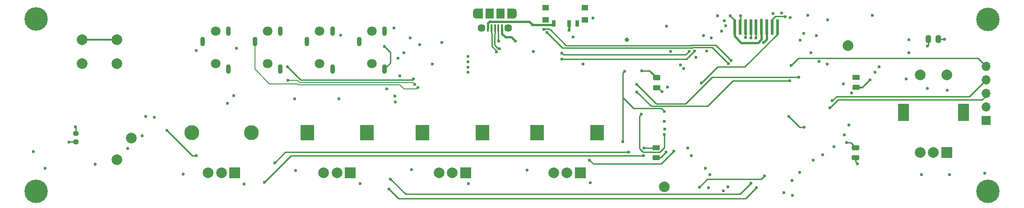
<source format=gbr>
%TF.GenerationSoftware,KiCad,Pcbnew,(5.1.8-0-10_14)*%
%TF.CreationDate,2021-02-06T10:55:23+01:00*%
%TF.ProjectId,PoundingSystem,506f756e-6469-46e6-9753-797374656d2e,rev?*%
%TF.SameCoordinates,Original*%
%TF.FileFunction,Copper,L4,Bot*%
%TF.FilePolarity,Positive*%
%FSLAX46Y46*%
G04 Gerber Fmt 4.6, Leading zero omitted, Abs format (unit mm)*
G04 Created by KiCad (PCBNEW (5.1.8-0-10_14)) date 2021-02-06 10:55:23*
%MOMM*%
%LPD*%
G01*
G04 APERTURE LIST*
%TA.AperFunction,ComponentPad*%
%ADD10R,2.000000X2.000000*%
%TD*%
%TA.AperFunction,ComponentPad*%
%ADD11C,2.000000*%
%TD*%
%TA.AperFunction,ComponentPad*%
%ADD12R,2.500000X3.000000*%
%TD*%
%TA.AperFunction,ComponentPad*%
%ADD13C,4.400000*%
%TD*%
%TA.AperFunction,ComponentPad*%
%ADD14C,0.700000*%
%TD*%
%TA.AperFunction,ComponentPad*%
%ADD15R,2.000000X3.200000*%
%TD*%
%TA.AperFunction,ComponentPad*%
%ADD16C,1.800000*%
%TD*%
%TA.AperFunction,ComponentPad*%
%ADD17O,0.900000X1.800000*%
%TD*%
%TA.AperFunction,SMDPad,CuDef*%
%ADD18R,1.200000X1.000000*%
%TD*%
%TA.AperFunction,SMDPad,CuDef*%
%ADD19R,0.800000X1.200000*%
%TD*%
%TA.AperFunction,SMDPad,CuDef*%
%ADD20R,0.600000X3.000000*%
%TD*%
%TA.AperFunction,ComponentPad*%
%ADD21C,2.800000*%
%TD*%
%TA.AperFunction,ComponentPad*%
%ADD22R,1.700000X1.700000*%
%TD*%
%TA.AperFunction,ComponentPad*%
%ADD23O,1.700000X1.700000*%
%TD*%
%TA.AperFunction,SMDPad,CuDef*%
%ADD24R,1.200000X1.900000*%
%TD*%
%TA.AperFunction,ComponentPad*%
%ADD25O,1.200000X1.900000*%
%TD*%
%TA.AperFunction,SMDPad,CuDef*%
%ADD26R,1.500000X1.900000*%
%TD*%
%TA.AperFunction,ComponentPad*%
%ADD27C,1.450000*%
%TD*%
%TA.AperFunction,SMDPad,CuDef*%
%ADD28R,0.400000X1.350000*%
%TD*%
%TA.AperFunction,ViaPad*%
%ADD29C,0.600000*%
%TD*%
%TA.AperFunction,ViaPad*%
%ADD30C,0.800000*%
%TD*%
%TA.AperFunction,Conductor*%
%ADD31C,0.400000*%
%TD*%
%TA.AperFunction,Conductor*%
%ADD32C,0.250000*%
%TD*%
%TA.AperFunction,Conductor*%
%ADD33C,0.300000*%
%TD*%
%TA.AperFunction,Conductor*%
%ADD34C,0.200000*%
%TD*%
%TA.AperFunction,Conductor*%
%ADD35C,0.261112*%
%TD*%
G04 APERTURE END LIST*
%TO.P,D8,2*%
%TO.N,Net-(D8-Pad2)*%
%TA.AperFunction,SMDPad,CuDef*%
G36*
G01*
X204250000Y-79918750D02*
X204250000Y-80831250D01*
G75*
G02*
X204006250Y-81075000I-243750J0D01*
G01*
X203518750Y-81075000D01*
G75*
G02*
X203275000Y-80831250I0J243750D01*
G01*
X203275000Y-79918750D01*
G75*
G02*
X203518750Y-79675000I243750J0D01*
G01*
X204006250Y-79675000D01*
G75*
G02*
X204250000Y-79918750I0J-243750D01*
G01*
G37*
%TD.AperFunction*%
%TO.P,D8,1*%
%TO.N,GND*%
%TA.AperFunction,SMDPad,CuDef*%
G36*
G01*
X206125000Y-79918750D02*
X206125000Y-80831250D01*
G75*
G02*
X205881250Y-81075000I-243750J0D01*
G01*
X205393750Y-81075000D01*
G75*
G02*
X205150000Y-80831250I0J243750D01*
G01*
X205150000Y-79918750D01*
G75*
G02*
X205393750Y-79675000I243750J0D01*
G01*
X205881250Y-79675000D01*
G75*
G02*
X206125000Y-79918750I0J-243750D01*
G01*
G37*
%TD.AperFunction*%
%TD*%
D10*
%TO.P,SW4,A*%
%TO.N,Net-(C43-Pad2)*%
X95317920Y-105435000D03*
D11*
%TO.P,SW4,C*%
%TO.N,GND*%
X92817920Y-105435000D03*
%TO.P,SW4,B*%
%TO.N,Net-(C41-Pad2)*%
X90317920Y-105435000D03*
D12*
%TO.P,SW4,MP*%
%TO.N,N/C*%
X98417920Y-97935000D03*
X87217920Y-97935000D03*
%TD*%
D10*
%TO.P,SW3,A*%
%TO.N,Net-(C44-Pad2)*%
X116970280Y-105435000D03*
D11*
%TO.P,SW3,C*%
%TO.N,GND*%
X114470280Y-105435000D03*
%TO.P,SW3,B*%
%TO.N,Net-(C42-Pad2)*%
X111970280Y-105435000D03*
D12*
%TO.P,SW3,MP*%
%TO.N,N/C*%
X120070280Y-97935000D03*
X108870280Y-97935000D03*
%TD*%
D13*
%TO.P,H2,1*%
%TO.N,Net-(H2-Pad1)*%
X36375000Y-76625000D03*
D14*
X38025000Y-76625000D03*
X37541726Y-77791726D03*
X36375000Y-78275000D03*
X35208274Y-77791726D03*
X34725000Y-76625000D03*
X35208274Y-75458274D03*
X36375000Y-74975000D03*
X37541726Y-75458274D03*
%TD*%
D10*
%TO.P,SW1,A*%
%TO.N,Net-(C51-Pad2)*%
X207225000Y-101625000D03*
D11*
%TO.P,SW1,C*%
%TO.N,GND*%
X204725000Y-101625000D03*
%TO.P,SW1,B*%
%TO.N,Net-(C52-Pad2)*%
X202225000Y-101625000D03*
D15*
%TO.P,SW1,MP*%
%TO.N,N/C*%
X210325000Y-94125000D03*
X199125000Y-94125000D03*
D11*
%TO.P,SW1,S2*%
%TO.N,Net-(C49-Pad2)*%
X207225000Y-87125000D03*
%TO.P,SW1,S1*%
%TO.N,GND*%
X202225000Y-87125000D03*
%TD*%
%TO.P,SW7,1*%
%TO.N,GND*%
X51500000Y-85000000D03*
%TO.P,SW7,2*%
%TO.N,Net-(C46-Pad2)*%
X51500000Y-80500000D03*
%TO.P,SW7,1*%
%TO.N,GND*%
X45000000Y-85000000D03*
%TO.P,SW7,2*%
%TO.N,Net-(C46-Pad2)*%
X45000000Y-80500000D03*
%TD*%
D16*
%TO.P,J5,*%
%TO.N,*%
X99357500Y-84970000D03*
X99357500Y-78870000D03*
D17*
%TO.P,J5,T*%
%TO.N,Net-(FB3-Pad1)*%
X101757500Y-85970000D03*
%TO.P,J5,S*%
%TO.N,GND*%
X101757500Y-78914000D03*
%TO.P,J5,R*%
%TO.N,Net-(FB4-Pad1)*%
X96960500Y-80847000D03*
%TD*%
D18*
%TO.P,SW9,0*%
%TO.N,N/C*%
X131960000Y-76780000D03*
X131960000Y-74480000D03*
X139360000Y-76780000D03*
X139360000Y-74480000D03*
D19*
%TO.P,SW9,1*%
%TO.N,Net-(SW9-Pad1)*%
X137860000Y-77480000D03*
%TO.P,SW9,2*%
%TO.N,Net-(D2-Pad2)*%
X136360000Y-77480000D03*
%TO.P,SW9,3*%
%TO.N,+5V*%
X133460000Y-77480000D03*
%TD*%
%TO.P,D7,2*%
%TO.N,Net-(D7-Pad2)*%
%TA.AperFunction,SMDPad,CuDef*%
G36*
G01*
X153156250Y-101250000D02*
X152243750Y-101250000D01*
G75*
G02*
X152000000Y-101006250I0J243750D01*
G01*
X152000000Y-100518750D01*
G75*
G02*
X152243750Y-100275000I243750J0D01*
G01*
X153156250Y-100275000D01*
G75*
G02*
X153400000Y-100518750I0J-243750D01*
G01*
X153400000Y-101006250D01*
G75*
G02*
X153156250Y-101250000I-243750J0D01*
G01*
G37*
%TD.AperFunction*%
%TO.P,D7,1*%
%TO.N,GND*%
%TA.AperFunction,SMDPad,CuDef*%
G36*
G01*
X153156250Y-103125000D02*
X152243750Y-103125000D01*
G75*
G02*
X152000000Y-102881250I0J243750D01*
G01*
X152000000Y-102393750D01*
G75*
G02*
X152243750Y-102150000I243750J0D01*
G01*
X153156250Y-102150000D01*
G75*
G02*
X153400000Y-102393750I0J-243750D01*
G01*
X153400000Y-102881250D01*
G75*
G02*
X153156250Y-103125000I-243750J0D01*
G01*
G37*
%TD.AperFunction*%
%TD*%
%TO.P,D6,2*%
%TO.N,Net-(D6-Pad2)*%
%TA.AperFunction,SMDPad,CuDef*%
G36*
G01*
X189643750Y-102150000D02*
X190556250Y-102150000D01*
G75*
G02*
X190800000Y-102393750I0J-243750D01*
G01*
X190800000Y-102881250D01*
G75*
G02*
X190556250Y-103125000I-243750J0D01*
G01*
X189643750Y-103125000D01*
G75*
G02*
X189400000Y-102881250I0J243750D01*
G01*
X189400000Y-102393750D01*
G75*
G02*
X189643750Y-102150000I243750J0D01*
G01*
G37*
%TD.AperFunction*%
%TO.P,D6,1*%
%TO.N,GND*%
%TA.AperFunction,SMDPad,CuDef*%
G36*
G01*
X189643750Y-100275000D02*
X190556250Y-100275000D01*
G75*
G02*
X190800000Y-100518750I0J-243750D01*
G01*
X190800000Y-101006250D01*
G75*
G02*
X190556250Y-101250000I-243750J0D01*
G01*
X189643750Y-101250000D01*
G75*
G02*
X189400000Y-101006250I0J243750D01*
G01*
X189400000Y-100518750D01*
G75*
G02*
X189643750Y-100275000I243750J0D01*
G01*
G37*
%TD.AperFunction*%
%TD*%
%TO.P,D5,2*%
%TO.N,Net-(D5-Pad2)*%
%TA.AperFunction,SMDPad,CuDef*%
G36*
G01*
X189743750Y-88950000D02*
X190656250Y-88950000D01*
G75*
G02*
X190900000Y-89193750I0J-243750D01*
G01*
X190900000Y-89681250D01*
G75*
G02*
X190656250Y-89925000I-243750J0D01*
G01*
X189743750Y-89925000D01*
G75*
G02*
X189500000Y-89681250I0J243750D01*
G01*
X189500000Y-89193750D01*
G75*
G02*
X189743750Y-88950000I243750J0D01*
G01*
G37*
%TD.AperFunction*%
%TO.P,D5,1*%
%TO.N,GND*%
%TA.AperFunction,SMDPad,CuDef*%
G36*
G01*
X189743750Y-87075000D02*
X190656250Y-87075000D01*
G75*
G02*
X190900000Y-87318750I0J-243750D01*
G01*
X190900000Y-87806250D01*
G75*
G02*
X190656250Y-88050000I-243750J0D01*
G01*
X189743750Y-88050000D01*
G75*
G02*
X189500000Y-87806250I0J243750D01*
G01*
X189500000Y-87318750D01*
G75*
G02*
X189743750Y-87075000I243750J0D01*
G01*
G37*
%TD.AperFunction*%
%TD*%
%TO.P,D4,1*%
%TO.N,GND*%
%TA.AperFunction,SMDPad,CuDef*%
G36*
G01*
X153256250Y-89987500D02*
X152343750Y-89987500D01*
G75*
G02*
X152100000Y-89743750I0J243750D01*
G01*
X152100000Y-89256250D01*
G75*
G02*
X152343750Y-89012500I243750J0D01*
G01*
X153256250Y-89012500D01*
G75*
G02*
X153500000Y-89256250I0J-243750D01*
G01*
X153500000Y-89743750D01*
G75*
G02*
X153256250Y-89987500I-243750J0D01*
G01*
G37*
%TD.AperFunction*%
%TO.P,D4,2*%
%TO.N,Net-(D4-Pad2)*%
%TA.AperFunction,SMDPad,CuDef*%
G36*
G01*
X153256250Y-88112500D02*
X152343750Y-88112500D01*
G75*
G02*
X152100000Y-87868750I0J243750D01*
G01*
X152100000Y-87381250D01*
G75*
G02*
X152343750Y-87137500I243750J0D01*
G01*
X153256250Y-87137500D01*
G75*
G02*
X153500000Y-87381250I0J-243750D01*
G01*
X153500000Y-87868750D01*
G75*
G02*
X153256250Y-88112500I-243750J0D01*
G01*
G37*
%TD.AperFunction*%
%TD*%
D11*
%TO.P,SW5,2*%
%TO.N,Net-(C47-Pad2)*%
X51512000Y-103052000D03*
%TO.P,SW5,1*%
%TO.N,GND*%
X54262000Y-98922000D03*
%TD*%
%TO.P,U5,*%
%TO.N,*%
X188700000Y-81600000D03*
D20*
%TO.P,U5,3*%
%TO.N,GND*%
X173450000Y-78100000D03*
%TO.P,U5,4*%
%TO.N,+3V3*%
X172450000Y-78100000D03*
%TO.P,U5,5*%
%TO.N,LCD_CS*%
X171450000Y-78100000D03*
%TO.P,U5,2*%
%TO.N,Net-(C23-Pad1)*%
X174450000Y-78100000D03*
%TO.P,U5,1*%
%TO.N,NRST*%
X175450000Y-78100000D03*
%TO.P,U5,6*%
%TO.N,LCD_DC*%
X170450000Y-78100000D03*
%TO.P,U5,7*%
%TO.N,SPI3_MOSI*%
X169450000Y-78100000D03*
%TO.P,U5,8*%
%TO.N,SPI3_SCK*%
X168450000Y-78100000D03*
%TO.P,U5,9*%
%TO.N,+3V3*%
X167450000Y-78100000D03*
D11*
%TO.P,U5,*%
%TO.N,*%
X154200000Y-108100000D03*
%TD*%
D10*
%TO.P,SW8,A*%
%TO.N,Net-(C35-Pad2)*%
X73665560Y-105435000D03*
D11*
%TO.P,SW8,C*%
%TO.N,GND*%
X71165560Y-105435000D03*
%TO.P,SW8,B*%
%TO.N,Net-(C34-Pad2)*%
X68665560Y-105435000D03*
D21*
%TO.P,SW8,MP*%
%TO.N,N/C*%
X76765560Y-97935000D03*
X65565560Y-97935000D03*
%TD*%
D14*
%TO.P,H4,1*%
%TO.N,Net-(H4-Pad1)*%
X37541726Y-107783274D03*
X36375000Y-107300000D03*
X35208274Y-107783274D03*
X34725000Y-108950000D03*
X35208274Y-110116726D03*
X36375000Y-110600000D03*
X37541726Y-110116726D03*
X38025000Y-108950000D03*
D13*
X36375000Y-108950000D03*
%TD*%
D14*
%TO.P,H3,1*%
%TO.N,Net-(H3-Pad1)*%
X216141726Y-75483274D03*
X214975000Y-75000000D03*
X213808274Y-75483274D03*
X213325000Y-76650000D03*
X213808274Y-77816726D03*
X214975000Y-78300000D03*
X216141726Y-77816726D03*
X216625000Y-76650000D03*
D13*
X214975000Y-76650000D03*
%TD*%
D14*
%TO.P,H2,1*%
%TO.N,Net-(H2-Pad1)*%
X37541726Y-75458274D03*
X36375000Y-74975000D03*
X35208274Y-75458274D03*
X34725000Y-76625000D03*
X35208274Y-77791726D03*
X36375000Y-78275000D03*
X37541726Y-77791726D03*
X38025000Y-76625000D03*
D13*
X36375000Y-76625000D03*
%TD*%
D14*
%TO.P,H1,1*%
%TO.N,Net-(H1-Pad1)*%
X216141726Y-107783274D03*
X214975000Y-107300000D03*
X213808274Y-107783274D03*
X213325000Y-108950000D03*
X213808274Y-110116726D03*
X214975000Y-110600000D03*
X216141726Y-110116726D03*
X216625000Y-108950000D03*
D13*
X214975000Y-108950000D03*
%TD*%
D16*
%TO.P,J2,*%
%TO.N,*%
X89581667Y-84970000D03*
X89581667Y-78870000D03*
D17*
%TO.P,J2,T*%
%TO.N,Net-(FB5-Pad1)*%
X91981667Y-85970000D03*
%TO.P,J2,S*%
%TO.N,GND*%
X91981667Y-78914000D03*
%TO.P,J2,R*%
%TO.N,Net-(FB6-Pad1)*%
X87184667Y-80847000D03*
%TD*%
%TO.P,D3,2*%
%TO.N,Net-(D3-Pad2)*%
%TA.AperFunction,SMDPad,CuDef*%
G36*
G01*
X43575750Y-99237000D02*
X44088250Y-99237000D01*
G75*
G02*
X44307000Y-99455750I0J-218750D01*
G01*
X44307000Y-99893250D01*
G75*
G02*
X44088250Y-100112000I-218750J0D01*
G01*
X43575750Y-100112000D01*
G75*
G02*
X43357000Y-99893250I0J218750D01*
G01*
X43357000Y-99455750D01*
G75*
G02*
X43575750Y-99237000I218750J0D01*
G01*
G37*
%TD.AperFunction*%
%TO.P,D3,1*%
%TO.N,GND*%
%TA.AperFunction,SMDPad,CuDef*%
G36*
G01*
X43575750Y-97662000D02*
X44088250Y-97662000D01*
G75*
G02*
X44307000Y-97880750I0J-218750D01*
G01*
X44307000Y-98318250D01*
G75*
G02*
X44088250Y-98537000I-218750J0D01*
G01*
X43575750Y-98537000D01*
G75*
G02*
X43357000Y-98318250I0J218750D01*
G01*
X43357000Y-97880750D01*
G75*
G02*
X43575750Y-97662000I218750J0D01*
G01*
G37*
%TD.AperFunction*%
%TD*%
D22*
%TO.P,J6,1*%
%TO.N,VCC*%
X214600000Y-95630000D03*
D23*
%TO.P,J6,2*%
%TO.N,GND*%
X214600000Y-93090000D03*
%TO.P,J6,3*%
%TO.N,SWDIO*%
X214600000Y-90550000D03*
%TO.P,J6,4*%
%TO.N,SWCLK*%
X214600000Y-88010000D03*
%TO.P,J6,5*%
%TO.N,SWO*%
X214600000Y-85470000D03*
%TD*%
D16*
%TO.P,J4,*%
%TO.N,*%
X70030000Y-84970000D03*
X70030000Y-78870000D03*
D17*
%TO.P,J4,T*%
%TO.N,Net-(J4-PadT)*%
X72430000Y-85970000D03*
%TO.P,J4,S*%
%TO.N,GND*%
X72430000Y-78914000D03*
%TO.P,J4,R*%
%TO.N,Net-(J4-PadR)*%
X67633000Y-80847000D03*
%TD*%
D10*
%TO.P,SW2,A*%
%TO.N,Net-(C38-Pad2)*%
X138472640Y-105435000D03*
D11*
%TO.P,SW2,C*%
%TO.N,GND*%
X135972640Y-105435000D03*
%TO.P,SW2,B*%
%TO.N,Net-(C37-Pad2)*%
X133472640Y-105435000D03*
D12*
%TO.P,SW2,MP*%
%TO.N,N/C*%
X141572640Y-97935000D03*
X130372640Y-97935000D03*
%TD*%
D16*
%TO.P,J3,*%
%TO.N,*%
X79805834Y-84970000D03*
X79805834Y-78870000D03*
D17*
%TO.P,J3,T*%
%TO.N,Net-(C20-Pad1)*%
X82205834Y-85970000D03*
%TO.P,J3,S*%
%TO.N,GND*%
X82205834Y-78914000D03*
%TO.P,J3,R*%
%TO.N,MIC_-*%
X77408834Y-80847000D03*
%TD*%
D24*
%TO.P,J1,6*%
%TO.N,Net-(J1-Pad6)*%
X119560000Y-75602500D03*
X125360000Y-75602500D03*
D25*
X125960000Y-75602500D03*
X118960000Y-75602500D03*
D26*
X121460000Y-75602500D03*
D27*
X124960000Y-78302500D03*
D28*
%TO.P,J1,3*%
%TO.N,USB_CONN_D+*%
X122460000Y-78302500D03*
%TO.P,J1,4*%
%TO.N,Net-(J1-Pad4)*%
X123110000Y-78302500D03*
%TO.P,J1,5*%
%TO.N,GND*%
X123760000Y-78302500D03*
%TO.P,J1,1*%
%TO.N,+5V*%
X121160000Y-78302500D03*
%TO.P,J1,2*%
%TO.N,USB_CONN_D-*%
X121810000Y-78302500D03*
D27*
%TO.P,J1,6*%
%TO.N,Net-(J1-Pad6)*%
X119960000Y-78302500D03*
D26*
X123460000Y-75602500D03*
%TD*%
D29*
%TO.N,GND*%
X126310000Y-80790000D03*
X93550000Y-79640000D03*
X103480000Y-78330000D03*
X72230000Y-92400000D03*
X73450000Y-91030000D03*
X66450000Y-82530000D03*
X73930000Y-82150000D03*
X104620000Y-87280000D03*
X103780000Y-92190000D03*
X103670000Y-91080000D03*
X202525000Y-105850000D03*
X207725000Y-105850000D03*
X199644000Y-87884000D03*
X53600000Y-100880000D03*
X56910000Y-94920000D03*
X56230000Y-98540000D03*
X140350000Y-107325000D03*
X128500000Y-104950000D03*
X106800000Y-104890000D03*
X117500000Y-107535000D03*
X97150000Y-107530000D03*
X75400000Y-107600000D03*
X64010000Y-105720000D03*
X190100000Y-87500000D03*
X104240000Y-83930000D03*
X110744000Y-85090000D03*
X43750000Y-96810000D03*
X138970000Y-85110000D03*
X84910000Y-91610000D03*
X140859000Y-76450000D03*
X112522000Y-81026000D03*
X106550000Y-80190000D03*
X93190000Y-91610000D03*
X38100000Y-104648000D03*
X117410000Y-83650000D03*
X117430000Y-86610000D03*
X108350000Y-81460000D03*
X85040000Y-105070000D03*
X188468000Y-99822000D03*
X129700000Y-82700000D03*
X161600000Y-79700000D03*
X181160000Y-75950000D03*
X154600000Y-101600000D03*
X161950000Y-104600000D03*
X162500000Y-108300000D03*
X164200000Y-76000000D03*
X174650000Y-75600000D03*
X164950000Y-78900000D03*
X165750000Y-77900000D03*
X162150000Y-82599998D03*
X153800000Y-90250000D03*
X154850000Y-89400000D03*
X158600000Y-100800000D03*
X154223633Y-95792358D03*
X165300000Y-108845000D03*
X178200000Y-106950000D03*
X182150000Y-103100000D03*
X188000000Y-98350000D03*
X189400000Y-90500000D03*
X178250000Y-109700000D03*
X154650000Y-78000000D03*
X172894982Y-80994982D03*
X186050000Y-100599996D03*
X203575000Y-89675000D03*
X184833051Y-85100010D03*
X181729454Y-82924990D03*
X206775000Y-80375000D03*
X200152000Y-80518000D03*
X182734102Y-79732000D03*
X193294000Y-75946000D03*
X194564000Y-85598000D03*
X157310000Y-85250000D03*
X177860000Y-76310000D03*
%TO.N,+3V3*%
X102130000Y-89770000D03*
X58550000Y-95020000D03*
X137090000Y-79960000D03*
X105380000Y-82990000D03*
X214300000Y-105600000D03*
X117420000Y-84630000D03*
X117440000Y-85650000D03*
D30*
X147214000Y-80520000D03*
D29*
X155400000Y-82700000D03*
X162800000Y-105850000D03*
X163050000Y-80150000D03*
X166599992Y-76000000D03*
X157910000Y-85880000D03*
X159350000Y-102250000D03*
X154309336Y-97240658D03*
X166200000Y-108100000D03*
X179600000Y-105350000D03*
X183950000Y-102050000D03*
X188850000Y-96500000D03*
X176650000Y-109200000D03*
X176200000Y-75475001D03*
X179700000Y-80600000D03*
X187800000Y-88800000D03*
X47500000Y-103850000D03*
X35875000Y-101500000D03*
X160175000Y-83800000D03*
X207350000Y-89950000D03*
X180429949Y-79279949D03*
X193802000Y-86614000D03*
X184890000Y-76760000D03*
X165487293Y-76925827D03*
X183250000Y-84595010D03*
X200152000Y-82984990D03*
%TO.N,I2C2_SCL*%
X135000000Y-84100000D03*
X159900000Y-82600000D03*
%TO.N,I2C2_SDA*%
X135000000Y-83000000D03*
X158868416Y-82679186D03*
%TO.N,NRST*%
X161200000Y-88600000D03*
%TO.N,HOLD_SW*%
X60910000Y-97550000D03*
X66400000Y-102300000D03*
X140200000Y-103100000D03*
X156000000Y-101400000D03*
%TO.N,SWDIO*%
X185300000Y-93300000D03*
%TO.N,SWCLK*%
X185762815Y-91953287D03*
%TO.N,SPI3_SCK*%
X168500000Y-76000000D03*
%TO.N,SPI3_MOSI*%
X169500000Y-80100004D03*
%TO.N,SWO*%
X178050000Y-85300000D03*
%TO.N,I2S2_WS*%
X149900000Y-94500000D03*
X154200000Y-98300000D03*
%TO.N,+5V*%
X129534001Y-77734001D03*
%TO.N,Net-(FB3-Pad1)*%
X101770000Y-81810000D03*
%TO.N,I2S2_SDI*%
X149100000Y-90300000D03*
X177800000Y-88200000D03*
%TO.N,I2S2_SDO*%
X149100000Y-88900000D03*
X179463621Y-87528587D03*
%TO.N,Net-(J1-Pad4)*%
X123190000Y-80772000D03*
%TO.N,USB_CONN_D+*%
X123283975Y-82216025D03*
%TO.N,USB_CONN_D-*%
X122716025Y-82783975D03*
%TO.N,USB_D+*%
X132183975Y-79119576D03*
X166216025Y-84983975D03*
%TO.N,USB_D-*%
X131616025Y-78551626D03*
X166783975Y-84416025D03*
X177600000Y-94900000D03*
X180450000Y-96900000D03*
%TO.N,Net-(D3-Pad2)*%
X42570000Y-99700000D03*
%TO.N,MICBIAS*%
X107188000Y-87884000D03*
X83566000Y-85598000D03*
%TO.N,TIM4_CH2*%
X173000000Y-106100000D03*
X160800000Y-108200000D03*
%TO.N,TIM3_CH1*%
X150300000Y-102300000D03*
X79250000Y-107225000D03*
%TO.N,TIM3_CH2*%
X147574000Y-101600000D03*
X81125000Y-103575000D03*
%TO.N,LCD_DC*%
X170450000Y-80150000D03*
%TO.N,LCD_CS*%
X171400000Y-80150000D03*
%TO.N,Net-(C23-Pad1)*%
X176950000Y-76200000D03*
%TO.N,Net-(D4-Pad2)*%
X150010000Y-86300000D03*
%TO.N,Net-(D5-Pad2)*%
X192800000Y-88000000D03*
%TO.N,Net-(D6-Pad2)*%
X190500000Y-103800000D03*
%TO.N,Net-(D7-Pad2)*%
X150400000Y-100800000D03*
%TO.N,Net-(D2-Pad2)*%
X136400000Y-78700000D03*
%TO.N,MIC_+*%
X107395479Y-88853479D03*
X83610000Y-88100000D03*
%TO.N,MIC_-*%
X107996521Y-89454521D03*
%TO.N,TIM5_CH2*%
X102850000Y-106640000D03*
X170500000Y-107400000D03*
%TO.N,TIM5_CH1*%
X171500000Y-108300000D03*
X102600000Y-108525000D03*
%TO.N,LCD_BL2*%
X146800000Y-86400000D03*
X146400000Y-99600000D03*
X154270626Y-93925000D03*
%TO.N,Net-(D8-Pad2)*%
X203600000Y-81725000D03*
%TD*%
D31*
%TO.N,GND*%
X123760000Y-78302500D02*
X123760000Y-79377500D01*
X123760000Y-79377500D02*
X124402500Y-80020000D01*
D32*
X43832000Y-96892000D02*
X43750000Y-96810000D01*
X43832000Y-98099500D02*
X43832000Y-96892000D01*
X190100000Y-100762500D02*
X189159500Y-99822000D01*
X189159500Y-99822000D02*
X188468000Y-99822000D01*
D31*
X125540000Y-80020000D02*
X126310000Y-80790000D01*
X124402500Y-80020000D02*
X125540000Y-80020000D01*
D32*
X153562500Y-102637500D02*
X154600000Y-101600000D01*
X152700000Y-102637500D02*
X153562500Y-102637500D01*
X152987500Y-89437500D02*
X153800000Y-90250000D01*
X152700000Y-89437500D02*
X152987500Y-89437500D01*
D31*
X173450000Y-78100000D02*
X173450000Y-80439964D01*
X173450000Y-80439964D02*
X172894982Y-80994982D01*
D32*
X205637500Y-80375000D02*
X206775000Y-80375000D01*
D33*
%TO.N,+3V3*%
X167430000Y-77660000D02*
X167430000Y-79460000D01*
X172450000Y-78100000D02*
X172450000Y-76669998D01*
D32*
X166600000Y-76000000D02*
X166599992Y-76000000D01*
X167450000Y-76850008D02*
X166599992Y-76000000D01*
X167450000Y-78100000D02*
X167450000Y-76850008D01*
D31*
X172450000Y-80450000D02*
X172450000Y-78100000D01*
X171850000Y-81050000D02*
X172450000Y-80450000D01*
X168650000Y-81050000D02*
X171850000Y-81050000D01*
X167450000Y-78100000D02*
X167450000Y-79850000D01*
X167450000Y-79850000D02*
X168650000Y-81050000D01*
D32*
%TO.N,I2C2_SCL*%
X158400000Y-84100000D02*
X159900000Y-82600000D01*
X135000000Y-84100000D02*
X158400000Y-84100000D01*
%TO.N,I2C2_SDA*%
X135000000Y-83000000D02*
X135325001Y-83325001D01*
X135325001Y-83325001D02*
X158222601Y-83325001D01*
X158222601Y-83325001D02*
X158868416Y-82679186D01*
%TO.N,NRST*%
X175450000Y-79485002D02*
X175450000Y-78100000D01*
X169326026Y-85608976D02*
X175450000Y-79485002D01*
X164191024Y-85608976D02*
X169326026Y-85608976D01*
X161200000Y-88600000D02*
X164191024Y-85608976D01*
%TO.N,HOLD_SW*%
X65660000Y-102300000D02*
X66400000Y-102300000D01*
X60910000Y-97550000D02*
X65660000Y-102300000D01*
X153600000Y-103800000D02*
X156000000Y-101400000D01*
X140900000Y-103800000D02*
X153600000Y-103800000D01*
X140200000Y-103100000D02*
X140900000Y-103800000D01*
%TO.N,SWDIO*%
X214600000Y-91050000D02*
X214600000Y-90550000D01*
X213850000Y-91800000D02*
X214600000Y-91050000D01*
X186800000Y-91800000D02*
X213850000Y-91800000D01*
X185300000Y-93300000D02*
X186800000Y-91800000D01*
%TO.N,SWCLK*%
X186541102Y-91175000D02*
X185762815Y-91953287D01*
X211435000Y-91175000D02*
X186541102Y-91175000D01*
X214600000Y-88010000D02*
X211435000Y-91175000D01*
%TO.N,SPI3_SCK*%
X168500000Y-78050000D02*
X168450000Y-78100000D01*
X168500000Y-76000000D02*
X168500000Y-78050000D01*
%TO.N,SPI3_MOSI*%
X169450000Y-79476998D02*
X169450000Y-78100000D01*
X169450000Y-80050004D02*
X169500000Y-80100004D01*
X169450000Y-78100000D02*
X169450000Y-80050004D01*
%TO.N,SWO*%
X213100000Y-83970000D02*
X214600000Y-85470000D01*
X179380000Y-83970000D02*
X213100000Y-83970000D01*
X178050000Y-85300000D02*
X179380000Y-83970000D01*
%TO.N,I2S2_WS*%
X150250008Y-101575010D02*
X149600001Y-100925003D01*
X149600001Y-94799999D02*
X149900000Y-94500000D01*
X154200000Y-98300000D02*
X154200000Y-100766850D01*
X154200000Y-100766850D02*
X153391840Y-101575010D01*
X149600001Y-100925003D02*
X149600001Y-94799999D01*
X153391840Y-101575010D02*
X150250008Y-101575010D01*
D31*
%TO.N,+5V*%
X121160000Y-78302500D02*
X121160000Y-77357498D01*
X121440000Y-77077498D02*
X121160000Y-77357498D01*
X121440000Y-77050000D02*
X121440000Y-77077498D01*
X121440000Y-77077498D02*
X128877498Y-77077498D01*
X133205999Y-77734001D02*
X133460000Y-77480000D01*
X129534001Y-77734001D02*
X133205999Y-77734001D01*
X128877498Y-77077498D02*
X129534001Y-77734001D01*
D32*
%TO.N,Net-(FB3-Pad1)*%
X102870000Y-84857500D02*
X101757500Y-85970000D01*
X102870000Y-82910000D02*
X102870000Y-84857500D01*
X101770000Y-81810000D02*
X102870000Y-82910000D01*
%TO.N,I2S2_SDI*%
X162362808Y-92950009D02*
X167112817Y-88200000D01*
X167112817Y-88200000D02*
X177800000Y-88200000D01*
X151750009Y-92950009D02*
X162362808Y-92950009D01*
X149100000Y-90300000D02*
X151750009Y-92950009D01*
%TO.N,I2S2_SDO*%
X149100000Y-88900000D02*
X152699999Y-92499999D01*
X158225003Y-92499999D02*
X163196415Y-87528587D01*
X163196415Y-87528587D02*
X179463621Y-87528587D01*
X152699999Y-92499999D02*
X158225003Y-92499999D01*
%TO.N,Net-(J1-Pad4)*%
X123110000Y-80692000D02*
X123190000Y-80772000D01*
X123110000Y-78302500D02*
X123110000Y-80692000D01*
D34*
%TO.N,USB_CONN_D+*%
X122460000Y-78302500D02*
X122555999Y-78302500D01*
D35*
X122460000Y-78302500D02*
X122525443Y-78302500D01*
X122367156Y-79407845D02*
X122367156Y-81538837D01*
X123044344Y-82216025D02*
X123283975Y-82216025D01*
X122367156Y-81538837D02*
X123044344Y-82216025D01*
X122460000Y-79315001D02*
X122367156Y-79407845D01*
X122460000Y-78302500D02*
X122460000Y-79315001D01*
D34*
%TO.N,USB_CONN_D-*%
X121810000Y-78302500D02*
X121905999Y-78398499D01*
D35*
X121810000Y-78302500D02*
X121875443Y-78367943D01*
X122716025Y-82544344D02*
X122716025Y-82783975D01*
X121810000Y-78302500D02*
X121810000Y-79315001D01*
X121902844Y-81731163D02*
X122716025Y-82544344D01*
X121810000Y-79315001D02*
X121902844Y-79407845D01*
X121902844Y-79407845D02*
X121902844Y-81731163D01*
%TO.N,USB_D+*%
X135096555Y-82032156D02*
X159534617Y-82032156D01*
X163201492Y-81969442D02*
X166216025Y-84983975D01*
X159597331Y-81969442D02*
X163201492Y-81969442D01*
X132183975Y-79119576D02*
X135096555Y-82032156D01*
X159534617Y-82032156D02*
X159597331Y-81969442D01*
D32*
%TO.N,USB_D-*%
X177600000Y-94900000D02*
X179600000Y-96900000D01*
X179600000Y-96900000D02*
X180450000Y-96900000D01*
D35*
X132779946Y-78551626D02*
X135796164Y-81567844D01*
X132549250Y-78551626D02*
X132779946Y-78551626D01*
X163876269Y-81508319D02*
X166783975Y-84416025D01*
X131616025Y-78551626D02*
X131818700Y-78551626D01*
X132486643Y-78489019D02*
X132549250Y-78551626D01*
X135796164Y-81567844D02*
X159346803Y-81567844D01*
X131881307Y-78489019D02*
X132486643Y-78489019D01*
X159406328Y-81508319D02*
X163876269Y-81508319D01*
X131818700Y-78551626D02*
X131881307Y-78489019D01*
X159346803Y-81567844D02*
X159406328Y-81508319D01*
D33*
%TO.N,Net-(D3-Pad2)*%
X43832000Y-99674500D02*
X43832000Y-99662000D01*
D32*
X42595500Y-99674500D02*
X42570000Y-99700000D01*
X43832000Y-99674500D02*
X42595500Y-99674500D01*
%TO.N,MICBIAS*%
X107188000Y-87884000D02*
X107012000Y-88060000D01*
X107012000Y-88060000D02*
X86028000Y-88060000D01*
X86028000Y-88060000D02*
X83566000Y-85598000D01*
%TO.N,TIM4_CH2*%
X162300000Y-106700000D02*
X160800000Y-108200000D01*
X172400000Y-106700000D02*
X162300000Y-106700000D01*
X173000000Y-106100000D02*
X172400000Y-106700000D01*
%TO.N,TIM3_CH1*%
X102005002Y-102300000D02*
X123698000Y-102300000D01*
X123700002Y-102300000D02*
X150300000Y-102300000D01*
X102108000Y-102300000D02*
X84175000Y-102300000D01*
X79549999Y-106925001D02*
X79250000Y-107225000D01*
X84175000Y-102300000D02*
X79549999Y-106925001D01*
%TO.N,TIM3_CH2*%
X147574000Y-101600000D02*
X83100000Y-101600000D01*
X83100000Y-101600000D02*
X81125000Y-103575000D01*
%TO.N,LCD_DC*%
X170450000Y-80150000D02*
X170450000Y-78100000D01*
%TO.N,LCD_CS*%
X171500000Y-78150000D02*
X171450000Y-78100000D01*
X171400000Y-78150000D02*
X171450000Y-78100000D01*
X171400000Y-80150000D02*
X171400000Y-78150000D01*
%TO.N,Net-(C23-Pad1)*%
X174450000Y-76714998D02*
X174450000Y-78100000D01*
X175064997Y-76100001D02*
X174450000Y-76714998D01*
X176850001Y-76100001D02*
X175064997Y-76100001D01*
X176950000Y-76200000D02*
X176850001Y-76100001D01*
%TO.N,Net-(D4-Pad2)*%
X151437500Y-86300000D02*
X150010000Y-86300000D01*
D33*
X152700000Y-87562500D02*
X151437500Y-86300000D01*
%TO.N,Net-(D5-Pad2)*%
X191362500Y-89437500D02*
X192800000Y-88000000D01*
X190200000Y-89437500D02*
X191362500Y-89437500D01*
D32*
%TO.N,Net-(D6-Pad2)*%
X190100000Y-103400000D02*
X190500000Y-103800000D01*
X190100000Y-102637500D02*
X190100000Y-103400000D01*
%TO.N,Net-(D7-Pad2)*%
X152662500Y-100800000D02*
X152700000Y-100762500D01*
X150400000Y-100800000D02*
X152662500Y-100800000D01*
D33*
%TO.N,Net-(C46-Pad2)*%
X51500000Y-80500000D02*
X45000000Y-80500000D01*
D31*
%TO.N,Net-(D2-Pad2)*%
X136360000Y-78660000D02*
X136400000Y-78700000D01*
X136360000Y-77480000D02*
X136360000Y-78660000D01*
D34*
%TO.N,MIC_+*%
X85390577Y-88100000D02*
X83610000Y-88100000D01*
X85829588Y-88539011D02*
X85390577Y-88100000D01*
X107395479Y-88853479D02*
X107081011Y-88539011D01*
X107081011Y-88539011D02*
X85829588Y-88539011D01*
%TO.N,MIC_-*%
X107996521Y-89454521D02*
X107696522Y-89754520D01*
X107696522Y-89754520D02*
X105354520Y-89754520D01*
X105354520Y-89754520D02*
X104593022Y-88993022D01*
X104593022Y-88993022D02*
X85641530Y-88993021D01*
X85412520Y-88764011D02*
X80141943Y-88764010D01*
X85641530Y-88993021D02*
X85412520Y-88764011D01*
X80141943Y-88764010D02*
X77408834Y-86030901D01*
X77408834Y-86030901D02*
X77408834Y-80847000D01*
D32*
%TO.N,TIM5_CH2*%
X105700000Y-109470000D02*
X168430000Y-109470000D01*
X105700000Y-109470000D02*
X102870000Y-106640000D01*
X102870000Y-106640000D02*
X102850000Y-106640000D01*
X168430000Y-109470000D02*
X170500000Y-107400000D01*
%TO.N,TIM5_CH1*%
X169499989Y-110300011D02*
X104375011Y-110300011D01*
X171500000Y-108300000D02*
X169499989Y-110300011D01*
X104375011Y-110300011D02*
X102600000Y-108525000D01*
%TO.N,LCD_BL2*%
X146800000Y-86400000D02*
X146400000Y-86800000D01*
X153745645Y-93400019D02*
X148500019Y-93400019D01*
X154270626Y-93925000D02*
X153745645Y-93400019D01*
X146400000Y-91300000D02*
X146400000Y-99600000D01*
X148500019Y-93400019D02*
X146400000Y-91300000D01*
X146400000Y-86800000D02*
X146400000Y-91300000D01*
%TO.N,Net-(D8-Pad2)*%
X203762500Y-80375000D02*
X203762500Y-81562500D01*
X203762500Y-81562500D02*
X203600000Y-81725000D01*
%TD*%
M02*

</source>
